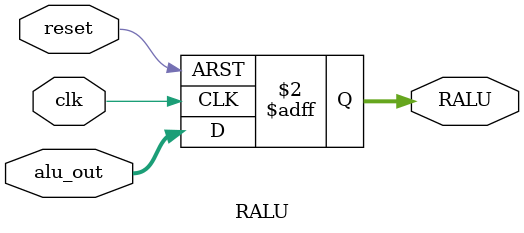
<source format=sv>
module RALU(
    input logic clk,
    input logic reset,
    input logic [31:0]alu_out,
    output logic [31:0]RALU
);
always @(posedge clk,posedge reset)begin
    if (reset) RALU=0;
    else RALU=alu_out;
end    
endmodule
</source>
